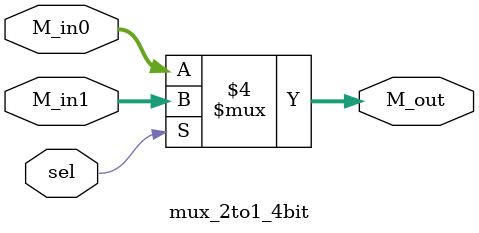
<source format=v>
module mux_2to1_4bit(
	input [3:0] M_in0,
	input [3:0] M_in1, 
	input sel,
	output reg [3:0] M_out
	);

always @ (*) begin
	if (sel == 0) begin
		M_out = M_in0;
	end else begin
		M_out = M_in1;
	end
end

endmodule


</source>
